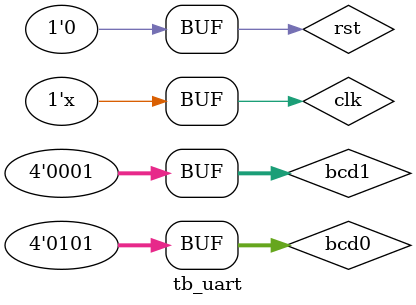
<source format=v>
`timescale 1ns / 1ps

module tb_uart;

	// Inputs
	reg clk;
	reg rst;
	reg [3:0] bcd0;
	reg [3:0] bcd1;

	// Outputs
	wire tx_out;

	// Instantiate the Unit Under Test (UUT)
	uart uut (
		.clk(clk), 
		.rst(rst), 
		.bcd0(bcd0), 
		.bcd1(bcd1), 
		.tx_out(tx_out)
	);

	initial begin
		// Initialize Inputs
		clk <= 0;
		rst <= 0;
		

		// Wait 100 ns for global reset to finish
		#100;
        
		// Add stimulus here
		rst <= 0;
		#1;
		rst <= 1;
		bcd0 <= 7;
		bcd1 <= 0;
		#1;
		rst <= 0;
		#290;
		bcd0 <= 5;
		bcd1 <= 1;
		
		
	end
	
	always #1 clk <= ~clk;
      
endmodule

</source>
